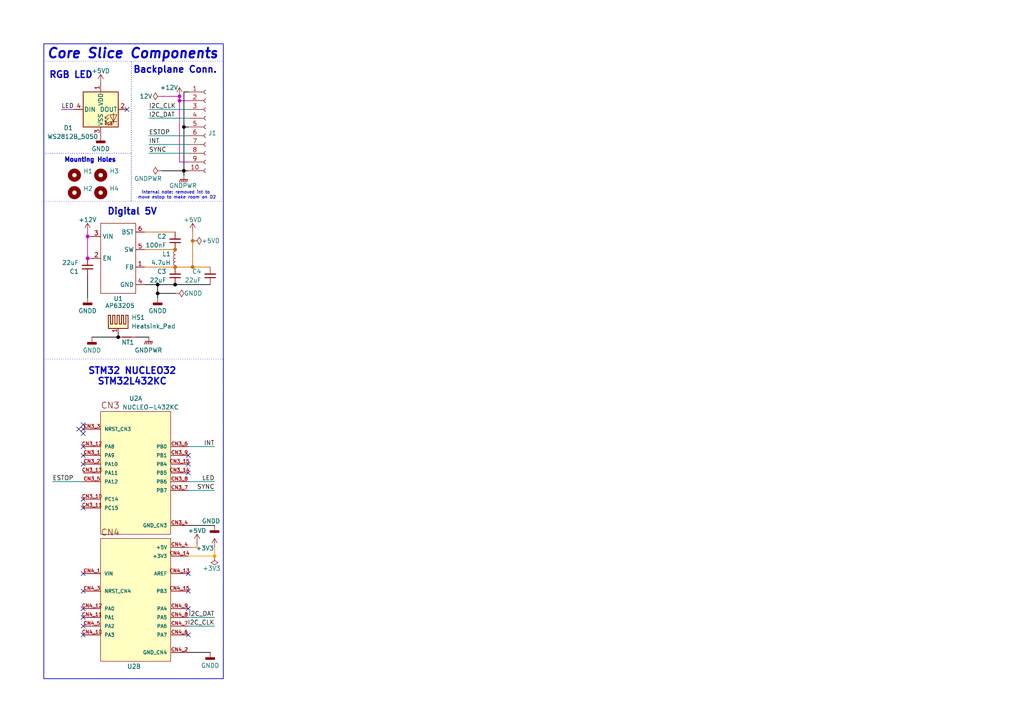
<source format=kicad_sch>
(kicad_sch (version 20250114) (generator "eeschema") (generator_version "9.0")
  (paper "A4")
  (lib_symbols
    (symbol "+12V_1" (power) (pin_numbers (hide yes)) (pin_names (offset 0) (hide yes))
      (property "Value" "+12V" (at 0 3.556 0))
      (symbol "+12V_1_0_1"
        (polyline (pts (xy -0.762 1.27) (xy 0 2.54)))
        (polyline (pts (xy 0 2.54) (xy 0.762 1.27)))
        (polyline (pts (xy 0 0) (xy 0 2.54)))
      )
      (symbol "+12V_1_1_1"
        (pin power_in line (at 0 0 90) (length 0) (name "~") (number "1"))
      )
    )
    (symbol "Connector:Conn_01x10_Female" (pin_names (offset 1.016) (hide yes))
      (property "Reference" "J" (at 0 12.7 0))
      (property "Value" "Conn_01x10_Female" (at 0 -15.24 0))
      (symbol "Conn_01x10_Female_1_1"
        (polyline (pts (xy -1.27 10.16) (xy -0.508 10.16)) (stroke (width 0.1524)))
        (polyline (pts (xy -1.27 7.62) (xy -0.508 7.62)) (stroke (width 0.1524)))
        (polyline (pts (xy -1.27 5.08) (xy -0.508 5.08)) (stroke (width 0.1524)))
        (polyline (pts (xy -1.27 2.54) (xy -0.508 2.54)) (stroke (width 0.1524)))
        (polyline (pts (xy -1.27 0) (xy -0.508 0)) (stroke (width 0.1524)))
        (polyline (pts (xy -1.27 -2.54) (xy -0.508 -2.54)) (stroke (width 0.1524)))
        (polyline (pts (xy -1.27 -5.08) (xy -0.508 -5.08)) (stroke (width 0.1524)))
        (polyline (pts (xy -1.27 -7.62) (xy -0.508 -7.62)) (stroke (width 0.1524)))
        (polyline (pts (xy -1.27 -10.16) (xy -0.508 -10.16)) (stroke (width 0.1524)))
        (polyline (pts (xy -1.27 -12.7) (xy -0.508 -12.7)) (stroke (width 0.1524)))
        (arc (start 0 9.652) (mid -0.5058 10.16) (end 0 10.668) (stroke (width 0.1524)))
        (arc (start 0 7.112) (mid -0.5058 7.62) (end 0 8.128) (stroke (width 0.1524)))
        (arc (start 0 4.572) (mid -0.5058 5.08) (end 0 5.588) (stroke (width 0.1524)))
        (arc (start 0 2.032) (mid -0.5058 2.54) (end 0 3.048) (stroke (width 0.1524)))
        (arc (start 0 -0.508) (mid -0.5058 0) (end 0 0.508) (stroke (width 0.1524)))
        (arc (start 0 -3.048) (mid -0.5058 -2.54) (end 0 -2.032) (stroke (width 0.1524)))
        (arc (start 0 -5.588) (mid -0.5058 -5.08) (end 0 -4.572) (stroke (width 0.1524)))
        (arc (start 0 -8.128) (mid -0.5058 -7.62) (end 0 -7.112) (stroke (width 0.1524)))
        (arc (start 0 -10.668) (mid -0.5058 -10.16) (end 0 -9.652) (stroke (width 0.1524)))
        (arc (start 0 -13.208) (mid -0.5058 -12.7) (end 0 -12.192) (stroke (width 0.1524)))
        (pin passive line (at -5.08 10.16 0) (length 3.81) (name "Pin_1") (number "1"))
        (pin passive line (at -5.08 7.62 0) (length 3.81) (name "Pin_2") (number "2"))
        (pin passive line (at -5.08 5.08 0) (length 3.81) (name "Pin_3") (number "3"))
        (pin passive line (at -5.08 2.54 0) (length 3.81) (name "Pin_4") (number "4"))
        (pin passive line (at -5.08 0 0) (length 3.81) (name "Pin_5") (number "5"))
        (pin passive line (at -5.08 -2.54 0) (length 3.81) (name "Pin_6") (number "6"))
        (pin passive line (at -5.08 -5.08 0) (length 3.81) (name "Pin_7") (number "7"))
        (pin passive line (at -5.08 -7.62 0) (length 3.81) (name "Pin_8") (number "8"))
        (pin passive line (at -5.08 -10.16 0) (length 3.81) (name "Pin_9") (number "9"))
        (pin passive line (at -5.08 -12.7 0) (length 3.81) (name "Pin_10") (number "10"))
      )
    )
    (symbol "Device:C_Small" (pin_numbers (hide yes)) (pin_names (offset 0.254) (hide yes))
      (property "Reference" "C" (at 0.254 1.778 0))
      (property "Value" "C_Small" (at 0.254 -2.032 0))
      (symbol "C_Small_0_1"
        (polyline (pts (xy -1.524 0.508) (xy 1.524 0.508)) (stroke (width 0.3048)))
        (polyline (pts (xy -1.524 -0.508) (xy 1.524 -0.508)) (stroke (width 0.3302)))
      )
      (symbol "C_Small_1_1"
        (pin passive line (at 0 2.54 270) (length 2.032) (name "~") (number "1"))
        (pin passive line (at 0 -2.54 90) (length 2.032) (name "~") (number "2"))
      )
    )
    (symbol "Device:L_Small" (pin_numbers (hide yes)) (pin_names (offset 0.254) (hide yes))
      (property "Reference" "L" (at 0.762 1.016 0))
      (property "Value" "L_Small" (at 0.762 -1.016 0))
      (symbol "L_Small_0_1"
        (arc (start 0 2.032) (mid 0.5058 1.524) (end 0 1.016))
        (arc (start 0 1.016) (mid 0.5058 0.508) (end 0 0))
        (arc (start 0 0) (mid 0.5058 -0.508) (end 0 -1.016))
        (arc (start 0 -1.016) (mid 0.5058 -1.524) (end 0 -2.032))
      )
      (symbol "L_Small_1_1"
        (pin passive line (at 0 2.54 270) (length 0.508) (name "~") (number "1"))
        (pin passive line (at 0 -2.54 90) (length 0.508) (name "~") (number "2"))
      )
    )
    (symbol "Device:NetTie_2" (pin_numbers (hide yes)) (pin_names (offset 0) (hide yes)) (in_bom no)
      (property "Reference" "NT" (at 0 1.27 0))
      (property "Value" "NetTie_2" (at 0 -1.27 0))
      (symbol "NetTie_2_0_1"
        (polyline (pts (xy -1.27 0) (xy 1.27 0)) (stroke (width 0.254)))
      )
      (symbol "NetTie_2_1_1"
        (pin passive line (at -2.54 0 0) (length 2.54) (name "1") (number "1"))
        (pin passive line (at 2.54 0 180) (length 2.54) (name "2") (number "2"))
      )
    )
    (symbol "Mechanical:Heatsink_Pad" (pin_names (offset 0))
      (property "Reference" "HS" (at 0 5.715 0))
      (property "Value" "Heatsink_Pad" (at 0 3.81 0))
      (symbol "Heatsink_Pad_0_1"
        (polyline (pts (xy -0.3302 0) (xy -0.9652 0) (xy -0.9652 2.54) (xy -1.6002 2.54) (xy -1.6002 0) (xy -2.2352 0) (xy -2.2352 2.54) (xy -2.8702 2.54) (xy -2.8702 -1.27) (xy -0.9652 -1.27)) (stroke (width 0.254)) (fill (type background)))
        (polyline (pts (xy -0.3302 0) (xy -0.3302 2.54) (xy 0.3048 2.54) (xy 0.3048 0) (xy 0.9398 0) (xy 0.9398 2.54) (xy 1.5748 2.54) (xy 1.5748 0) (xy 2.2098 0) (xy 2.2098 2.54) (xy 2.8448 2.54) (xy 2.8448 -1.27) (xy -0.9652 -1.27)) (stroke (width 0.254)) (fill (type background)))
      )
      (symbol "Heatsink_Pad_1_1"
        (pin passive line (at 0 -2.54 90) (length 1.27) (name "~") (number "1"))
      )
    )
    (symbol "Mechanical:MountingHole" (pin_names (offset 1.016))
      (property "Reference" "H" (at 0 5.08 0))
      (property "Value" "MountingHole" (at 0 3.175 0))
      (symbol "MountingHole_0_1"
        (circle (center 0 0) (radius 1.27) (stroke (width 1.27)))
      )
    )
    (symbol "SparkFun-DiscreteSemi:AP63205"
      (property "Reference" "U" (at 0 7.62 0))
      (symbol "AP63205_0_1"
        (rectangle (start -5.08 6.35) (end 5.08 -13.97))
      )
      (symbol "AP63205_1_1"
        (pin input line (at -7.62 2.54 0) (length 2.54) (name "VIN") (number "3"))
        (pin input line (at -7.62 -3.81 0) (length 2.54) (name "EN") (number "2"))
        (pin input line (at 7.62 3.81 180) (length 2.54) (name "BST") (number "6"))
        (pin input line (at 7.62 -1.27 180) (length 2.54) (name "SW") (number "5"))
        (pin input line (at 7.62 -6.35 180) (length 2.54) (name "FB") (number "1"))
        (pin input line (at 7.62 -11.43 180) (length 2.54) (name "GND") (number "4"))
      )
    )
    (symbol "WS2812B_5050_1" (pin_names (offset 0.254))
      (property "Reference" "D" (at 5.08 5.715 0))
      (property "Value" "WS2812B_5050" (at 1.27 -5.715 0))
      (symbol "WS2812B_5050_1_0_0"
        (text "RGB" (at 2.286 -4.191 0) (effects (font (size 0.762 0.762))))
      )
      (symbol "WS2812B_5050_1_0_1"
        (polyline (pts (xy 1.27 -2.54) (xy 1.778 -2.54)))
        (polyline (pts (xy 1.27 -3.556) (xy 1.778 -3.556)))
        (polyline (pts (xy 2.286 -1.524) (xy 1.27 -2.54) (xy 1.27 -2.032)))
        (polyline (pts (xy 2.286 -2.54) (xy 1.27 -3.556) (xy 1.27 -3.048)))
        (polyline (pts (xy 3.683 -1.016) (xy 3.683 -3.556) (xy 3.683 -4.064)))
        (polyline (pts (xy 4.699 -1.524) (xy 2.667 -1.524) (xy 3.683 -3.556) (xy 4.699 -1.524)))
        (polyline (pts (xy 4.699 -3.556) (xy 2.667 -3.556)))
        (rectangle (start 5.08 5.08) (end -5.08 -5.08) (stroke (width 0.254)) (fill (type background)))
      )
      (symbol "WS2812B_5050_1_1_1"
        (pin input line (at -7.62 0 0) (length 2.54) (name "DIN") (number "4"))
        (pin power_in line (at 0 7.62 270) (length 2.54) (name "VDD") (number "1"))
        (pin power_in line (at 0 -7.62 90) (length 2.54) (name "VSS") (number "3"))
        (pin output line (at 7.62 0 180) (length 2.54) (name "DOUT") (number "2"))
      )
    )
    (symbol "kml-custom:NUCLEO-L432KC" (pin_names (offset 1.016))
      (property "Reference" "U" (at -10.16 21.082 0))
      (property "Value" "NUCLEO-L432KC" (at -10.16 -20.32 0))
      (symbol "NUCLEO-L432KC_1_0"
        (rectangle (start -10.16 -17.78) (end 10.16 17.78) (stroke (width 0.1524)) (fill (type background)))
        (text "CN3" (at -10.16 18.542 0) (effects (font (size 1.778 1.778)) (justify left bottom)))
        (pin bidirectional line (at -15.24 12.7 0) (length 5.08) (name "NRST_CN3") (number "CN3_3"))
        (pin bidirectional line (at -15.24 7.62 0) (length 5.08) (name "PA8") (number "CN3_12"))
        (pin bidirectional line (at -15.24 5.08 0) (length 5.08) (name "PA9") (number "CN3_1"))
        (pin bidirectional line (at -15.24 2.54 0) (length 5.08) (name "PA10") (number "CN3_2"))
        (pin bidirectional line (at -15.24 0 0) (length 5.08) (name "PA11") (number "CN3_13"))
        (pin bidirectional line (at -15.24 -2.54 0) (length 5.08) (name "PA12") (number "CN3_5"))
        (pin bidirectional line (at -15.24 -7.62 0) (length 5.08) (name "PC14") (number "CN3_10"))
        (pin bidirectional line (at -15.24 -10.16 0) (length 5.08) (name "PC15") (number "CN3_11"))
        (pin bidirectional line (at 15.24 7.62 180) (length 5.08) (name "PB0") (number "CN3_6"))
        (pin bidirectional line (at 15.24 5.08 180) (length 5.08) (name "PB1") (number "CN3_9"))
        (pin bidirectional line (at 15.24 2.54 180) (length 5.08) (name "PB4") (number "CN3_15"))
        (pin bidirectional line (at 15.24 0 180) (length 5.08) (name "PB5") (number "CN3_14"))
        (pin bidirectional line (at 15.24 -2.54 180) (length 5.08) (name "PB6") (number "CN3_8"))
        (pin bidirectional line (at 15.24 -5.08 180) (length 5.08) (name "PB7") (number "CN3_7"))
        (pin power_in line (at 15.24 -15.24 180) (length 5.08) (name "GND_CN3") (number "CN3_4"))
      )
      (symbol "NUCLEO-L432KC_2_0"
        (rectangle (start -10.16 -17.78) (end 10.16 17.78) (stroke (width 0.1524)) (fill (type background)))
        (text "CN4" (at -10.16 18.542 0) (effects (font (size 1.778 1.778)) (justify left bottom)))
        (pin input line (at -15.24 7.62 0) (length 5.08) (name "VIN") (number "CN4_1"))
        (pin bidirectional line (at -15.24 2.54 0) (length 5.08) (name "NRST_CN4") (number "CN4_3"))
        (pin bidirectional line (at -15.24 -2.54 0) (length 5.08) (name "PA0") (number "CN4_12"))
        (pin bidirectional line (at -15.24 -5.08 0) (length 5.08) (name "PA1") (number "CN4_11"))
        (pin bidirectional line (at -15.24 -7.62 0) (length 5.08) (name "PA2") (number "CN4_5"))
        (pin bidirectional line (at -15.24 -10.16 0) (length 5.08) (name "PA3") (number "CN4_10"))
        (pin power_in line (at 15.24 15.24 180) (length 5.08) (name "+5V") (number "CN4_4"))
        (pin power_in line (at 15.24 12.7 180) (length 5.08) (name "+3V3") (number "CN4_14"))
        (pin bidirectional line (at 15.24 7.62 180) (length 5.08) (name "AREF") (number "CN4_13"))
        (pin bidirectional line (at 15.24 2.54 180) (length 5.08) (name "PB3") (number "CN4_15"))
        (pin bidirectional line (at 15.24 -2.54 180) (length 5.08) (name "PA4") (number "CN4_9"))
        (pin bidirectional line (at 15.24 -5.08 180) (length 5.08) (name "PA5") (number "CN4_8"))
        (pin bidirectional line (at 15.24 -7.62 180) (length 5.08) (name "PA6") (number "CN4_7"))
        (pin bidirectional line (at 15.24 -10.16 180) (length 5.08) (name "PA7") (number "CN4_6"))
        (pin power_in line (at 15.24 -15.24 180) (length 5.08) (name "GND_CN4") (number "CN4_2"))
      )
    )
    (symbol "power:+12V" (power) (pin_names (offset 0))
      (property "Value" "+12V" (at 0 3.556 0))
      (symbol "+12V_0_1"
        (polyline (pts (xy -0.762 1.27) (xy 0 2.54)))
        (polyline (pts (xy 0 2.54) (xy 0.762 1.27)))
        (polyline (pts (xy 0 0) (xy 0 2.54)))
      )
      (symbol "+12V_1_1"
        (pin power_in line (at 0 0 90) (length 0) (hide yes) (name "+12V") (number "1"))
      )
    )
    (symbol "power:+3V3" (power) (pin_numbers (hide yes)) (pin_names (offset 0) (hide yes))
      (property "Value" "+3V3" (at 0 3.556 0))
      (symbol "+3V3_0_1"
        (polyline (pts (xy -0.762 1.27) (xy 0 2.54)))
        (polyline (pts (xy 0 2.54) (xy 0.762 1.27)))
        (polyline (pts (xy 0 0) (xy 0 2.54)))
      )
      (symbol "+3V3_1_1"
        (pin power_in line (at 0 0 90) (length 0) (name "~") (number "1"))
      )
    )
    (symbol "power:+5VD" (power) (pin_numbers (hide yes)) (pin_names (offset 0) (hide yes))
      (property "Value" "+5VD" (at 0 3.556 0))
      (symbol "+5VD_0_1"
        (polyline (pts (xy -0.762 1.27) (xy 0 2.54)))
        (polyline (pts (xy 0 2.54) (xy 0.762 1.27)))
        (polyline (pts (xy 0 0) (xy 0 2.54)))
      )
      (symbol "+5VD_1_1"
        (pin power_in line (at 0 0 90) (length 0) (name "~") (number "1"))
      )
    )
    (symbol "power:GNDD" (power) (pin_numbers (hide yes)) (pin_names (offset 0) (hide yes))
      (property "Value" "GNDD" (at 0 -3.175 0))
      (symbol "GNDD_0_1"
        (rectangle (start -1.27 -1.524) (end 1.27 -2.032) (stroke (width 0.254)) (fill (type outline)))
        (polyline (pts (xy 0 0) (xy 0 -1.524)))
      )
      (symbol "GNDD_1_1"
        (pin power_in line (at 0 0 270) (length 0) (name "~") (number "1"))
      )
    )
    (symbol "power:GNDPWR" (power) (pin_numbers (hide yes)) (pin_names (offset 0) (hide yes))
      (property "Value" "GNDPWR" (at 0 -3.302 0))
      (symbol "GNDPWR_0_1"
        (polyline (pts (xy -1.016 -1.27) (xy -1.27 -2.032) (xy -1.27 -2.032)) (stroke (width 0.2032)))
        (polyline (pts (xy -0.508 -1.27) (xy -0.762 -2.032) (xy -0.762 -2.032)) (stroke (width 0.2032)))
        (polyline (pts (xy 0 -1.27) (xy 0 0)))
        (polyline (pts (xy 0 -1.27) (xy -0.254 -2.032) (xy -0.254 -2.032)) (stroke (width 0.2032)))
        (polyline (pts (xy 0.508 -1.27) (xy 0.254 -2.032) (xy 0.254 -2.032)) (stroke (width 0.2032)))
        (polyline (pts (xy 1.016 -1.27) (xy -1.016 -1.27) (xy -1.016 -1.27)) (stroke (width 0.2032)))
        (polyline (pts (xy 1.016 -1.27) (xy 0.762 -2.032) (xy 0.762 -2.032) (xy 0.762 -2.032)) (stroke (width 0.2032)))
      )
      (symbol "GNDPWR_1_1"
        (pin power_in line (at 0 0 270) (length 0) (name "~") (number "1"))
      )
    )
    (symbol "power:PWR_FLAG" (power) (pin_numbers (hide yes)) (pin_names (offset 0) (hide yes))
      (property "Value" "PWR_FLAG" (at 0 3.81 0))
      (symbol "PWR_FLAG_0_0"
        (pin power_out line (at 0 0 90) (length 0) (name "~") (number "1"))
      )
      (symbol "PWR_FLAG_0_1"
        (polyline (pts (xy 0 0) (xy 0 1.27) (xy -1.016 1.905) (xy 0 2.54) (xy 1.016 1.905) (xy 0 1.27)))
      )
    )
  )
  (rectangle (start 38.1 17.78) (end 64.77 58.42) (stroke (width 0) (type dot)))
  (rectangle (start 12.7 104.14) (end 64.77 196.85) (stroke (width 0) (type dot)))
  (rectangle (start 12.7 44.45) (end 38.1 58.42) (stroke (width 0) (type dot)))
  (rectangle (start 12.7 17.78) (end 38.1 44.45) (stroke (width 0) (type dot)))
  (rectangle (start 12.7 12.7) (end 64.77 196.85) (stroke (width 0.2032)))
  (text "ON\n\n\n\nOFF\n\n\n\nON\n\n\n\n\nON\n\n\n\nON\n\n\n\nON\n\n\n\nOFF\n\n\n\n\n\n\nOFF" (at -164.846 84.836 0) (effects (font (size 1.905 1.905) (thickness 0.4826) (bold yes)) (justify right top)))
  (text "internal note: removed int to \nmove estop to make room on D2" (at 51.308 56.642 0) (effects (font (size 0.889 0.889))))
  (text "Backplane Conn." (at 50.8 20.32 0) (effects (font (size 1.905 1.905) (thickness 0.381) (bold yes))))
  (text "Color Scheme Legend:\n----------------------------------------------------------\ncolor		-	value		-	reference\n----------------------------------------------------------\n• Red		-	red3		-	Analog 5V Supply (e.g., for amps, ADC, references)\n• Brown		-	orange1		-	Analog Ground (sensor/amp/ADC ground)\n• Orange	-	orange3		-	Digital 5V Supply (MCU, digital circuits)\n• Black		-	black		-	Digital Ground (MCU ground)\n• Pink		-	magenta3	-	12V Source Supply (from 12V rail on backplane)\n• Blue		-	blue3		-	Clock Signals (oscillator, ADC CLKIN, SPI SCLK)\n• Green		-	green3		-	Analog Signals (amp outputs to ADC + inputs)\n• Yellow	-	yellow3		-	SPI Control (CS, SYNC/RESET, etc.)\n• Purple	-	#A020F0		-	Special/Reference/Control Signals\n• Grey		-	gray2		-	Miscellaneous/Unassigned\n• Teal		-	cyan2		-	Template/Backplane Connections\n----------------------------------------------------------" (at 10.16 -29.464 0) (effects (font (size 1.905 1.905)) (justify left)))
  (text "Core Slice Components" (at 13.462 17.272 0) (effects (font (size 2.794 2.794) (thickness 0.5588) (bold yes) (italic yes)) (justify left bottom)))
  (text "SB10 (VREF+)\n  - ON:  VREF+ on STM32 is connected to VDD.\n  - OFF: VREF+ on STM32 is not connected to VDD and it is provided by pin 13 of CN4.\n\nSB15 (LD3-LED)\n  - ON:  Green user LED LD3 is connected to D13 of ARDUINO® Nano signal.\n  - OFF: Green user LED LD3 is not connected.\n\nSB9 (NRST)\n  - ON:  The NRST signal of ST-LINK is connected to the NRST pin of the STM32.\n  - OFF: The NRST signal of ST-LINK is not connected to the NRST pin of the STM32,\n         when using external power (+3V3, +5 V) as power supply.\n\nSB11 (PB2/VSS)\n  - ON:  Pin 16 of STM32 (U2) is connected to VSS.\n  - OFF: Pin 16 of STM32 (U2) is not connected to VSS and is used as GPIO PB2 for STM32F031.\n\nSB13 (PB8/VSS)\n  - ON:  Pin 32 of STM32 (U2) is connected to VSS.\n  - OFF: Pin 32 of STM32 (U2) is not connected to VSS and is used as GPIO PB8 for STM32F031.\n\nSB12 (PB8/BOOT0)\n  - ON:  Pin 31 of STM32 (U2) is connected to GND via 10K pull-down and used as BOOT0.\n  - OFF: Pin 16 of STM32 (U2) is not connected and is GPIO PB8 for STM32F042.\n\nSB16\n  - ON:  STM32 PB6 is connected to CN4 pin 7 for I²C SCL support on ARDUINO® Nano A5.\n         In such case, STM32 PB6 does not support ARDUINO® Nano D5 and PA6 must be\n         configured as input floating.\n  - OFF: CN4 pin 7 is used as ARDUINO® Nano analog input A5 without I²C support and\n         CN3 pin 8 is available as ARDUINO® Nano D5.\n\nSB18\n  - ON:  STM32 PB7 is connected to CN4 pin 8 for I²C SDA support on ARDUINO® Nano A4.\n         In such case, STM32 PB7 does not support ARDUINO® Nano D4 and PA5 must be\n         configured as input floating.\n  - OFF: CN4 pin 8 is used as ARDUINO® Nano analog input A4 without I²C support and\n         CN3 pin 7 is available as ARDUINO® Nano D4.\n" (at -161.798 84.582 0) (effects (font (size 1.905 1.905)) (justify left top)))
  (text "Digital 5V" (at 38.354 61.468 0) (effects (font (size 1.905 1.905) (thickness 0.381) (bold yes))))
  (text "STM32 NUCLEO32\nSTM32L432KC" (at 38.354 109.22 0) (effects (font (size 1.905 1.905) (thickness 0.381) (bold yes))))
  (text "Pinout Details: STM32 Nucleo-32 L432KC\n-------------------------------------------------------------------------------------\nPin			| Function									| Notes\n-------------------------------------------------------------------------------------\nVIN			| External Supply Input						| 7-12V input via CN4 pin 1; powers onboard 3.3V regulator\nGND			| Ground									| Ground reference (multiple available)\nNRST		| Reset Input								| Active LOW; internally pulled-up; can reset MCU externally\n3.3V		| Regulated 3.3V Output						| Output from regulator; ~500 mA max\nA0 (PA0)	| Analog Input, Digital I/O					| ADC12_IN5\nA1 (PA1)	| Analog Input, Digital I/O					| ADC12_IN6\nA2 (PA3)	| Analog Input, Digital I/O					| ADC12_IN8\nA3 (PA4)	| Analog Input, Digital I/O					| ADC12_IN9\nA4 (PA5)	| Analog Input, I2C1_SDA, Digital I/O		| ADC12_IN10; shared with I2C\nA5 (PA6)	| Analog Input, I2C1_SCL, Digital I/O		| ADC12_IN11; shared with I2C\nA6 (PA7)	| Analog Input, Digital I/O					| ADC12_IN12\nA7 (PA2)	| Analog Input, Digital I/O					| ADC12_IN7; shared with VCP_TX if SB2 ON\nD13 (PB3)	| Digital I/O, SPI1_SCK						| Connected to green user LED (LD3)\nD12 (PB4)	| Digital I/O, SPI1_MISO					| -\nD11 (PB5)	| Digital I/O, SPI1_MOSI					| No PWM on D11\nD10 (PA11)	| Digital I/O, TIM1_CH4, SPI_CS				| SPI chip select via GPIO\nD9 (PA8)	| Digital I/O, TIM1_CH1						| -\nD8 (PC15)	| Digital I/O, OSC_OUT						| Shared with LSE oscillator\nD7 (PC14)	| Digital I/O, OSC_IN						| Shared with LSE oscillator\nD6 (PB1)	| Digital I/O, TIM1_CH3N					| PWM (inverted)\nD5 (PB6)	| Digital I/O, TIM16_CH1N					| PWM (inverted); shared with I2C SCL if SB16 ON\nD4 (PB7)	| Digital I/O								| Shared with I2C SDA if SB18 ON\nD3 (PB0)	| Digital I/O, TIM1_CH2N					| PWM (inverted)\nD2 (PA12)	| Digital I/O								| -\nD1 (PA9)	| USART1 TX									| Connected to ST-LINK VCP_TX (shared)\nD0 (PA10)	| USART1 RX									| Connected to ST-LINK VCP_RX\nAREF		| Analog Reference							| Tied to AVDD internally\n+5V			| 5V Power (in/out)							| From USB (output) or external (input) via CN4 pin 4\nGND			| Ground									| Additional ground pin\n-------------------------------------------------------------------------------------" (at -0.508 261.112 0) (effects (font (size 1.651 1.651)) (justify left)))
  (text "RGB LED" (at 20.574 21.844 0) (effects (font (size 1.905 1.905) (thickness 0.381) (bold yes))))
  (text "Mounting Holes" (at 26.162 46.482 0) (effects (font (size 1.27 1.27) (thickness 0.3302) (bold yes))))
  (junction (at 53.34 36.83) (color 0 0 0 1))
  (junction (at 55.88 69.85) (color 204 102 0 1))
  (junction (at 25.4 74.93) (color 194 0 194 1))
  (junction (at 34.29 97.79) (color 0 0 0 1))
  (junction (at 55.88 77.47) (color 204 102 0 1))
  (junction (at 50.8 72.39) (color 204 102 0 1))
  (junction (at 53.34 49.53) (color 0 0 0 1))
  (junction (at 45.72 85.09) (color 0 0 0 1))
  (junction (at 52.07 27.94) (color 194 0 194 1))
  (junction (at 25.4 68.58) (color 194 0 194 1))
  (junction (at 50.8 77.47) (color 204 102 0 1))
  (junction (at 52.07 29.21) (color 194 0 194 1))
  (junction (at 45.72 82.55) (color 0 0 0 1))
  (junction (at 62.23 161.29) (color 255 153 0 1))
  (junction (at 50.8 82.55) (color 0 0 0 1))
  (no_connect (at 24.13 181.61))
  (no_connect (at 54.61 184.15))
  (no_connect (at 22.86 124.46))
  (no_connect (at 24.13 129.54))
  (no_connect (at 24.13 144.78))
  (no_connect (at 54.61 166.37))
  (no_connect (at 24.13 166.37))
  (no_connect (at 54.61 176.53))
  (no_connect (at 54.61 137.16))
  (no_connect (at 24.13 134.62))
  (no_connect (at 36.83 31.75))
  (no_connect (at 24.13 184.15))
  (no_connect (at 24.13 132.08))
  (no_connect (at 24.13 123.19))
  (no_connect (at 24.13 124.46))
  (no_connect (at 24.13 147.32))
  (no_connect (at 24.13 179.07))
  (no_connect (at 54.61 134.62))
  (no_connect (at 54.61 132.08))
  (no_connect (at 24.13 176.53))
  (no_connect (at 24.13 125.73))
  (no_connect (at 54.61 171.45))
  (no_connect (at 24.13 171.45))
  (wire (pts (xy 15.24 139.7) (xy 24.13 139.7)) (stroke (width 0.2032) (color 0 132 132 1)))
  (wire (pts (xy 55.88 69.85) (xy 55.88 77.47)) (stroke (width 0.2032) (color 204 102 0 1)))
  (wire (pts (xy 62.23 158.75) (xy 62.23 161.29)) (stroke (width 0.2032) (color 255 153 0 1)))
  (wire (pts (xy 41.91 67.31) (xy 50.8 67.31)) (stroke (width 0.2032) (color 204 102 0 1)))
  (wire (pts (xy 54.61 39.37) (xy 43.18 39.37)) (stroke (width 0.2032) (color 0 132 132 1)))
  (wire (pts (xy 53.34 36.83) (xy 53.34 26.67)) (stroke (width 0.2032) (color 0 0 0 1)))
  (wire (pts (xy 53.34 26.67) (xy 54.61 26.67)) (stroke (width 0.2032) (color 0 0 0 1)))
  (wire (pts (xy 54.61 36.83) (xy 53.34 36.83)) (stroke (width 0.2032) (color 0 0 0 1)))
  (wire (pts (xy 54.61 181.61) (xy 62.23 181.61)) (stroke (width 0.2032) (color 0 132 132 1)))
  (wire (pts (xy 60.96 77.47) (xy 55.88 77.47)) (stroke (width 0.2032) (color 204 102 0 1)))
  (wire (pts (xy 62.23 152.4) (xy 54.61 152.4)) (stroke (width 0.2032) (color 0 0 0 1)))
  (wire (pts (xy 34.29 96.52) (xy 34.29 97.79)) (stroke (width 0.2032) (color 0 0 0 1)))
  (wire (pts (xy 41.91 82.55) (xy 45.72 82.55)) (stroke (width 0.2032) (color 0 0 0 1)))
  (wire (pts (xy 26.67 97.79) (xy 34.29 97.79)) (stroke (width 0.2032) (color 0 0 0 1)))
  (wire (pts (xy 43.18 97.79) (xy 39.37 97.79)) (stroke (width 0.2032) (color 0 0 0 1)))
  (wire (pts (xy 43.18 31.75) (xy 54.61 31.75)) (stroke (width 0.2032) (color 0 132 132 1)))
  (wire (pts (xy 52.07 29.21) (xy 54.61 29.21)) (stroke (width 0.2032) (color 194 0 194 1)))
  (wire (pts (xy 50.8 82.55) (xy 60.96 82.55)) (stroke (width 0.2032) (color 0 0 0 1)))
  (wire (pts (xy 53.34 50.8) (xy 53.34 49.53)) (stroke (width 0.2032) (color 0 0 0 1)))
  (wire (pts (xy 45.72 82.55) (xy 50.8 82.55)) (stroke (width 0.2032) (color 0 0 0 1)))
  (wire (pts (xy 46.99 27.94) (xy 52.07 27.94)) (stroke (width 0.2032) (color 194 0 194 1)))
  (wire (pts (xy 43.18 34.29) (xy 54.61 34.29)) (stroke (width 0.2032) (color 0 132 132 1)))
  (wire (pts (xy 25.4 74.93) (xy 25.4 68.58)) (stroke (width 0.2032) (color 194 0 194 1)))
  (wire (pts (xy 53.34 49.53) (xy 53.34 36.83)) (stroke (width 0.2032) (color 0 0 0 1)))
  (wire (pts (xy 62.23 142.24) (xy 54.61 142.24)) (stroke (width 0.2032) (color 0 132 132 1)))
  (wire (pts (xy 55.88 67.31) (xy 55.88 69.85)) (stroke (width 0.2032) (color 204 102 0 1)))
  (wire (pts (xy 43.18 41.91) (xy 54.61 41.91)) (stroke (width 0.2032) (color 0 132 132 1)))
  (wire (pts (xy 52.07 46.99) (xy 52.07 29.21)) (stroke (width 0.2032) (color 194 0 194 1)))
  (wire (pts (xy 62.23 129.54) (xy 54.61 129.54)) (stroke (width 0.2032) (color 0 132 132 1)))
  (wire (pts (xy 43.18 44.45) (xy 54.61 44.45)) (stroke (width 0.2032) (color 0 132 132 1)))
  (wire (pts (xy 60.96 189.23) (xy 54.61 189.23)) (stroke (width 0.2032) (color 0 0 0 1)))
  (wire (pts (xy 41.91 77.47) (xy 50.8 77.47)) (stroke (width 0.2032) (color 204 102 0 1)))
  (wire (pts (xy 54.61 49.53) (xy 53.34 49.53)) (stroke (width 0.2032) (color 0 0 0 1)))
  (wire (pts (xy 62.23 179.07) (xy 54.61 179.07)) (stroke (width 0.2032) (color 0 132 132 1)))
  (wire (pts (xy 25.4 80.01) (xy 25.4 86.36)) (stroke (width 0.2032) (color 0 0 0 1)))
  (wire (pts (xy 62.23 139.7) (xy 54.61 139.7)) (stroke (width 0.2032) (color 0 132 132 1)))
  (wire (pts (xy 50.8 77.47) (xy 55.88 77.47)) (stroke (width 0.2032) (color 204 102 0 1)))
  (wire (pts (xy 50.8 85.09) (xy 45.72 85.09)) (stroke (width 0.2032) (color 0 0 0 1)))
  (wire (pts (xy 45.72 82.55) (xy 45.72 85.09)) (stroke (width 0.2032) (color 0 0 0 1)))
  (wire (pts (xy 25.4 67.31) (xy 25.4 68.58)) (stroke (width 0.2032) (color 194 0 194 1)))
  (wire (pts (xy 54.61 158.75) (xy 57.15 158.75)) (stroke (width 0.2032) (color 204 102 0 1)))
  (wire (pts (xy 54.61 161.29) (xy 62.23 161.29)) (stroke (width 0.2032) (color 255 153 0 1)))
  (wire (pts (xy 54.61 46.99) (xy 52.07 46.99)) (stroke (width 0.2032) (color 194 0 194 1)))
  (wire (pts (xy 45.72 85.09) (xy 45.72 86.36)) (stroke (width 0.2032) (color 0 0 0 1)))
  (wire (pts (xy 41.91 72.39) (xy 50.8 72.39)) (stroke (width 0.2032) (color 204 102 0 1)))
  (wire (pts (xy 52.07 27.94) (xy 52.07 29.21)) (stroke (width 0.2032) (color 194 0 194 1)))
  (wire (pts (xy 25.4 68.58) (xy 26.67 68.58)) (stroke (width 0.2032) (color 194 0 194 1)))
  (wire (pts (xy 17.78 31.75) (xy 21.59 31.75)) (stroke (width 0.2032) (color 119 0 211 1)))
  (wire (pts (xy 57.15 158.75) (xy 57.15 157.48)) (stroke (width 0.2032) (color 204 102 0 1)))
  (wire (pts (xy 46.99 49.53) (xy 53.34 49.53)) (stroke (width 0.2032) (color 0 0 0 1)))
  (wire (pts (xy 25.4 74.93) (xy 26.67 74.93)) (stroke (width 0.2032) (color 194 0 194 1)))
  (label "I2C_DAT" (at 62.23 179.07 180))
  (label "SYNC" (at 62.23 142.24 180))
  (label "INT" (at 43.18 41.91 0))
  (label "LED" (at 62.23 139.7 180))
  (label "LED" (at 17.78 31.75 0))
  (label "I2C_CLK" (at 43.18 31.75 0))
  (label "I2C_DAT" (at 43.18 34.29 0))
  (label "I2C_CLK" (at 62.23 181.61 180))
  (label "INT" (at 62.23 129.54 180))
  (label "ESTOP" (at 43.18 39.37 0))
  (label "ESTOP" (at 15.24 139.7 0))
  (label "SYNC" (at 43.18 44.45 0))
  (symbol (lib_id "Mechanical:MountingHole") (at 21.59 50.8 0) (unit 1)
    (property "Reference" "H1" (at 24.13 49.6316 0) (effects (justify left)))
    (property "Value" "MountingHole" (effects (hide yes)))
    (property "Footprint" "MountingHole:MountingHole_5mm" (effects (hide yes)))
  )
  (symbol (lib_id "Mechanical:MountingHole") (at 21.59 55.88 0) (unit 1)
    (property "Reference" "H2" (at 24.13 54.7116 0) (effects (justify left)))
    (property "Value" "MountingHole" (effects (hide yes)))
    (property "Footprint" "MountingHole:MountingHole_5mm" (effects (hide yes)))
  )
  (symbol (lib_id "Mechanical:MountingHole") (at 29.21 50.8 0) (unit 1)
    (property "Reference" "H3" (at 31.75 49.6316 0) (effects (justify left)))
    (property "Value" "MountingHole" (effects (hide yes)))
    (property "Footprint" "MountingHole:MountingHole_5mm" (effects (hide yes)))
  )
  (symbol (lib_id "Mechanical:MountingHole") (at 29.21 55.88 0) (unit 1)
    (property "Reference" "H4" (at 31.75 54.7116 0) (effects (justify left)))
    (property "Value" "MountingHole" (effects (hide yes)))
    (property "Footprint" "MountingHole:MountingHole_5mm" (effects (hide yes)))
  )
  (symbol (lib_id "Connector:Conn_01x10_Female") (at 59.69 36.83 0) (unit 1)
    (property "Reference" "J1" (at 60.4012 38.608 0) (effects (justify left)))
    (property "Value" "Conn_01x10_Female" (effects (hide yes)))
    (property "Footprint" "Connector_PinSocket_2.54mm:PinSocket_1x10_P2.54mm_Horizontal" (effects (hide yes)))
  )
  (symbol (lib_id "power:PWR_FLAG") (at 62.23 161.29 180) (unit 1)
    (property "Reference" "#FLG05" (effects (hide yes)))
    (property "Value" "+3V3" (at 64.008 164.846 0) (effects (justify left)))
    (property "Description" "Special symbol for telling ERC where power comes from" (effects (hide yes)))
  )
  (symbol (lib_id "Mechanical:Heatsink_Pad") (at 34.29 93.98 0) (unit 1)
    (property "Reference" "HS1" (at 38.1 92.0749 0) (effects (justify left)))
    (property "Value" "Heatsink_Pad" (at 38.1 94.6149 0) (effects (justify left)))
    (property "Footprint" "kml-custom:Thermal Pad" (effects (hide yes)))
    (property "Description" "Heatsink with electrical connection, 1 pin" (effects (hide yes)))
  )
  (symbol (lib_id "power:GNDD") (at 45.72 86.36 0) (unit 1)
    (property "Reference" "#PWR07" (effects (hide yes)))
    (property "Value" "GNDD" (at 45.72 90.17 0))
    (property "Description" "Power symbol creates a global label with name \"GNDD\" , digital ground" (effects (hide yes)))
  )
  (symbol (lib_id "power:PWR_FLAG") (at 46.99 49.53 90) (unit 1)
    (property "Reference" "#FLG02" (effects (hide yes)))
    (property "Value" "GNDPWR" (at 46.99 51.816 90) (effects (justify left)))
    (property "Description" "Special symbol for telling ERC where power comes from" (effects (hide yes)))
  )
  (symbol (lib_id "Device:C_Small") (at 50.8 69.85 0) (mirror x) (unit 1)
    (property "Reference" "C2" (at 48.26 68.5736 0) (effects (justify right)))
    (property "Value" "100nF" (at 48.26 71.1136 0) (effects (justify right)))
    (property "Footprint" "Capacitor_SMD:C_1206_3216Metric" (effects (hide yes)))
  )
  (symbol (lib_id "power:+12V") (at 25.4 67.31 0) (unit 1)
    (property "Reference" "#PWR01" (effects (hide yes)))
    (property "Value" "+12V" (at 25.4 63.754 0))
  )
  (symbol (lib_id "power:PWR_FLAG") (at 46.99 27.94 90) (unit 1)
    (property "Reference" "#FLG01" (effects (hide yes)))
    (property "Value" "12V" (at 44.196 27.94 90) (effects (justify left)))
    (property "Description" "Special symbol for telling ERC where power comes from" (effects (hide yes)))
  )
  (symbol (lib_id "power:+5VD") (at 29.21 24.13 0) (unit 1)
    (property "Reference" "#PWR04" (effects (hide yes)))
    (property "Value" "+5VD" (at 29.21 20.574 0))
    (property "Description" "Power symbol creates a global label with name \"+5VD\"" (effects (hide yes)))
  )
  (symbol (lib_id "Device:C_Small") (at 50.8 80.01 0) (mirror x) (unit 1)
    (property "Reference" "C3" (at 48.26 78.7336 0) (effects (justify right)))
    (property "Value" "22uF" (at 48.26 81.2736 0) (effects (justify right)))
    (property "Footprint" "Capacitor_SMD:C_1206_3216Metric" (effects (hide yes)))
  )
  (symbol (lib_id "power:GNDD") (at 26.67 97.79 0) (unit 1)
    (property "Reference" "#PWR06" (effects (hide yes)))
    (property "Value" "GNDD" (at 26.67 101.6 0))
    (property "Description" "Power symbol creates a global label with name \"GNDD\" , digital ground" (effects (hide yes)))
  )
  (symbol (lib_id "kml-custom:NUCLEO-L432KC") (at 39.37 137.16 0) (unit 1)
    (property "Reference" "U2" (at 39.37 115.57 0))
    (property "Value" "NUCLEO-L432KC" (at 43.688 118.11 0))
    (property "Footprint" "kml-custom:MODULE_NUCLEO-L432KC" (effects (hide yes)))
    (property "MF" "STMicroelectronics" (effects (hide yes)))
    (property "MAXIMUM_PACKAGE_HEIGHT" "N/A" (effects (hide yes)))
    (property "Package" "None" (effects (hide yes)))
    (property "Price" "None" (effects (hide yes)))
    (property "Check_prices" "https://www.snapeda.com/parts/NUCLEO-L432KC/STMicroelectronics/view-part/?ref=eda" (effects (hide yes)))
    (property "STANDARD" "Manufacturer Recommendations" (effects (hide yes)))
    (property "PARTREV" "N/A" (effects (hide yes)))
    (property "SnapEDA_Link" "https://www.snapeda.com/parts/NUCLEO-L432KC/STMicroelectronics/view-part/?ref=snap" (effects (hide yes)))
    (property "MP" "NUCLEO-L432KC" (effects (hide yes)))
    (property "Description_1" "STM32L432KC, mbed-Enabled Development Nucleo-32 STM32L4 ARM® Cortex®-M4 MCU 32-Bit Embedded Evaluation Board" (effects (hide yes)))
    (property "Availability" "In Stock" (effects (hide yes)))
    (property "MANUFACTURER" "ST Microelectronics" (effects (hide yes)))
  )
  (symbol (lib_id "SparkFun-DiscreteSemi:AP63205") (at 34.29 71.12 0) (unit 1)
    (property "Reference" "U1" (at 34.29 86.614 0))
    (property "Value" "AP63205" (at 34.798 88.646 0))
    (property "Footprint" "Package_TO_SOT_SMD:TSOT-23-6" (effects (hide yes)))
  )
  (symbol (lib_id "power:GNDPWR") (at 43.18 97.79 0) (unit 1)
    (property "Reference" "#PWR03" (effects (hide yes)))
    (property "Value" "GNDPWR" (at 43.053 101.6 0))
    (property "Description" "Power symbol creates a global label with name \"GNDPWR\" , global ground" (effects (hide yes)))
  )
  (symbol (lib_name "WS2812B_5050_1") (lib_id "SparkFun-LED:WS2812B_5050") (at 29.21 31.75 0) (unit 1)
    (property "Reference" "D1" (at 19.812 37.084 0))
    (property "Value" "WS2812B_5050" (at 21.082 39.624 0))
    (property "Footprint" "SparkFun-LED:WS2812-5050-4PIN" (effects (hide yes)))
    (property "Datasheet" "https://cdn.sparkfun.com/datasheets/BreakoutBoards/WS2812B.pdf" (effects (hide yes)))
    (property "Description" "RGB LED with integrated controller" (effects (hide yes)))
    (property "PROD_ID" "DIO-12503" (effects (hide yes)))
  )
  (symbol (lib_id "power:+5VD") (at 57.15 157.48 0) (unit 1)
    (property "Reference" "#PWR011" (effects (hide yes)))
    (property "Value" "+5VD" (at 57.15 153.924 0))
    (property "Description" "Power symbol creates a global label with name \"+5VD\"" (effects (hide yes)))
  )
  (symbol (lib_id "power:GNDD") (at 29.21 39.37 0) (unit 1)
    (property "Reference" "#PWR05" (effects (hide yes)))
    (property "Value" "GNDD" (at 29.21 43.18 0))
    (property "Description" "Power symbol creates a global label with name \"GNDD\" , digital ground" (effects (hide yes)))
  )
  (symbol (lib_name "+12V_1") (lib_id "power:+12V") (at 52.07 27.94 0) (unit 1)
    (property "Reference" "#PWR08" (effects (hide yes)))
    (property "Value" "+12V" (at 49.022 25.4 0))
    (property "Description" "Power symbol creates a global label with name \"+12V\"" (effects (hide yes)))
  )
  (symbol (lib_id "power:+5VD") (at 55.88 67.31 0) (unit 1)
    (property "Reference" "#PWR010" (effects (hide yes)))
    (property "Value" "+5VD" (at 55.88 63.754 0))
    (property "Description" "Power symbol creates a global label with name \"+5VD\"" (effects (hide yes)))
  )
  (symbol (lib_id "power:GNDD") (at 25.4 86.36 0) (unit 1)
    (property "Reference" "#PWR02" (effects (hide yes)))
    (property "Value" "GNDD" (at 25.4 90.17 0))
    (property "Description" "Power symbol creates a global label with name \"GNDD\" , digital ground" (effects (hide yes)))
  )
  (symbol (lib_id "power:+3V3") (at 62.23 158.75 0) (unit 1)
    (property "Reference" "#PWR014" (effects (hide yes)))
    (property "Value" "+3V3" (at 59.436 159.004 0))
    (property "Description" "Power symbol creates a global label with name \"+3V3\"" (effects (hide yes)))
  )
  (symbol (lib_id "power:PWR_FLAG") (at 55.88 69.85 270) (unit 1)
    (property "Reference" "#FLG04" (effects (hide yes)))
    (property "Value" "+5VD" (at 58.42 69.85 90) (effects (justify left)))
    (property "Description" "Special symbol for telling ERC where power comes from" (effects (hide yes)))
  )
  (symbol (lib_id "Device:L_Small") (at 50.8 74.93 0) (mirror y) (unit 1)
    (property "Reference" "L1" (at 49.53 73.66 0) (effects (justify left)))
    (property "Value" "4.7uH" (at 49.53 76.2 0) (effects (justify left)))
    (property "Footprint" "Inductor_SMD:L_1210_3225Metric" (effects (hide yes)))
  )
  (symbol (lib_id "power:GNDPWR") (at 53.34 50.8 0) (unit 1)
    (property "Reference" "#PWR09" (effects (hide yes)))
    (property "Value" "GNDPWR" (at 53.086 53.848 0))
    (property "Description" "Power symbol creates a global label with name \"GNDPWR\" , global ground" (effects (hide yes)))
  )
  (symbol (lib_id "Device:C_Small") (at 60.96 80.01 0) (mirror x) (unit 1)
    (property "Reference" "C4" (at 58.42 78.7336 0) (effects (justify right)))
    (property "Value" "22uF" (at 58.42 81.2736 0) (effects (justify right)))
    (property "Footprint" "Capacitor_SMD:C_1206_3216Metric" (effects (hide yes)))
  )
  (symbol (lib_id "power:GNDD") (at 62.23 152.4 0) (unit 1)
    (property "Reference" "#PWR013" (effects (hide yes)))
    (property "Value" "GNDD" (at 61.214 151.13 0))
    (property "Description" "Power symbol creates a global label with name \"GNDD\" , digital ground" (effects (hide yes)))
  )
  (symbol (lib_id "power:GNDD") (at 60.96 189.23 0) (unit 1)
    (property "Reference" "#PWR012" (effects (hide yes)))
    (property "Value" "GNDD" (at 60.96 193.04 0))
    (property "Description" "Power symbol creates a global label with name \"GNDD\" , digital ground" (effects (hide yes)))
  )
  (symbol (lib_id "kml-custom:NUCLEO-L432KC") (at 39.37 173.99 0) (unit 2)
    (property "Reference" "U2" (at 38.862 193.294 0))
    (property "Value" "NUCLEO-L432KC" (effects (hide yes)))
    (property "Footprint" "kml-custom:MODULE_NUCLEO-L432KC" (effects (hide yes)))
    (property "MF" "STMicroelectronics" (effects (hide yes)))
    (property "MAXIMUM_PACKAGE_HEIGHT" "N/A" (effects (hide yes)))
    (property "Package" "None" (effects (hide yes)))
    (property "Price" "None" (effects (hide yes)))
    (property "Check_prices" "https://www.snapeda.com/parts/NUCLEO-L432KC/STMicroelectronics/view-part/?ref=eda" (effects (hide yes)))
    (property "STANDARD" "Manufacturer Recommendations" (effects (hide yes)))
    (property "PARTREV" "N/A" (effects (hide yes)))
    (property "SnapEDA_Link" "https://www.snapeda.com/parts/NUCLEO-L432KC/STMicroelectronics/view-part/?ref=snap" (effects (hide yes)))
    (property "MP" "NUCLEO-L432KC" (effects (hide yes)))
    (property "Description_1" "STM32L432KC, mbed-Enabled Development Nucleo-32 STM32L4 ARM® Cortex®-M4 MCU 32-Bit Embedded Evaluation Board" (effects (hide yes)))
    (property "Availability" "In Stock" (effects (hide yes)))
    (property "MANUFACTURER" "ST Microelectronics" (effects (hide yes)))
  )
  (symbol (lib_id "power:PWR_FLAG") (at 50.8 85.09 270) (unit 1)
    (property "Reference" "#FLG03" (effects (hide yes)))
    (property "Value" "GNDD" (at 53.34 85.09 90) (effects (justify left)))
    (property "Description" "Special symbol for telling ERC where power comes from" (effects (hide yes)))
  )
  (symbol (lib_id "Device:C_Small") (at 25.4 77.47 180) (unit 1)
    (property "Reference" "C1" (at 22.86 78.7337 0) (effects (justify left)))
    (property "Value" "22uF" (at 22.86 76.1937 0) (effects (justify left)))
    (property "Footprint" "Capacitor_SMD:C_1206_3216Metric" (effects (hide yes)))
  )
  (symbol (lib_id "Device:NetTie_2") (at 36.83 97.79 0) (unit 1) (in_bom no)
    (property "Reference" "NT1" (at 37.084 99.314 0))
    (property "Value" "NetTie_2" (effects (hide yes)))
    (property "Footprint" "NetTie:NetTie-2_SMD_Pad2.0mm" (effects (hide yes)))
    (property "Description" "Net tie, 2 pins" (effects (hide yes)))
  )
)
</source>
